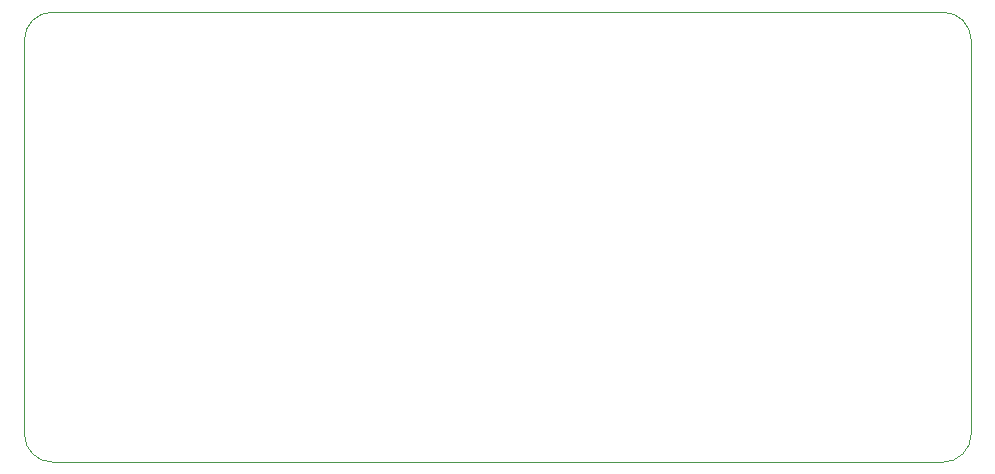
<source format=gm1>
G04 #@! TF.GenerationSoftware,KiCad,Pcbnew,(6.0.11)*
G04 #@! TF.CreationDate,2023-02-25T22:31:06-07:00*
G04 #@! TF.ProjectId,Stubborness,53747562-626f-4726-9e65-73732e6b6963,rev?*
G04 #@! TF.SameCoordinates,Original*
G04 #@! TF.FileFunction,Profile,NP*
%FSLAX46Y46*%
G04 Gerber Fmt 4.6, Leading zero omitted, Abs format (unit mm)*
G04 Created by KiCad (PCBNEW (6.0.11)) date 2023-02-25 22:31:06*
%MOMM*%
%LPD*%
G01*
G04 APERTURE LIST*
G04 #@! TA.AperFunction,Profile*
%ADD10C,0.100000*%
G04 #@! TD*
G04 APERTURE END LIST*
D10*
X105568750Y-125412500D02*
X30162500Y-125412500D01*
X30162500Y-125412500D02*
G75*
G03*
X27781250Y-127793750I0J-2381250D01*
G01*
X30162500Y-163512500D02*
X105568750Y-163512500D01*
X107950000Y-161131250D02*
X107950000Y-127793750D01*
X27781200Y-161131250D02*
G75*
G03*
X30162500Y-163512500I2381300J50D01*
G01*
X27781250Y-127793750D02*
X27781250Y-161131250D01*
X105568750Y-163512500D02*
G75*
G03*
X107950000Y-161131250I-50J2381300D01*
G01*
X107950000Y-127793750D02*
G75*
G03*
X105568750Y-125412500I-2381300J-50D01*
G01*
M02*

</source>
